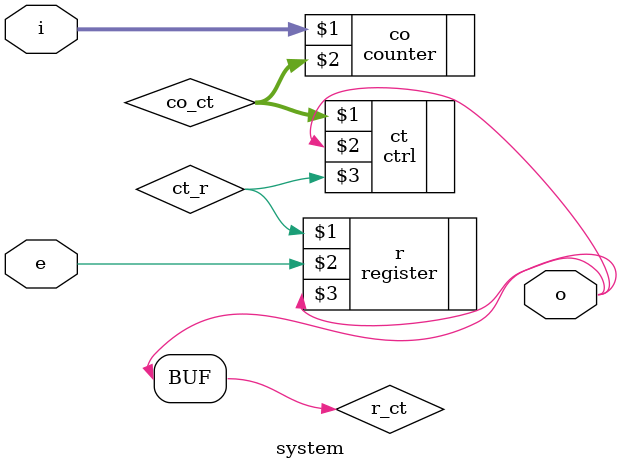
<source format=v>
module system (input [7:0] i, input e, output o);
    wire [3:0] co_ct;
    wire ct_r;
    wire r_ct;
    
    counter co(i, co_ct);
    ctrl ct(co_ct, r_ct, ct_r);
    register r(ct_r, e, o);
    assign r_ct = o;
endmodule
</source>
